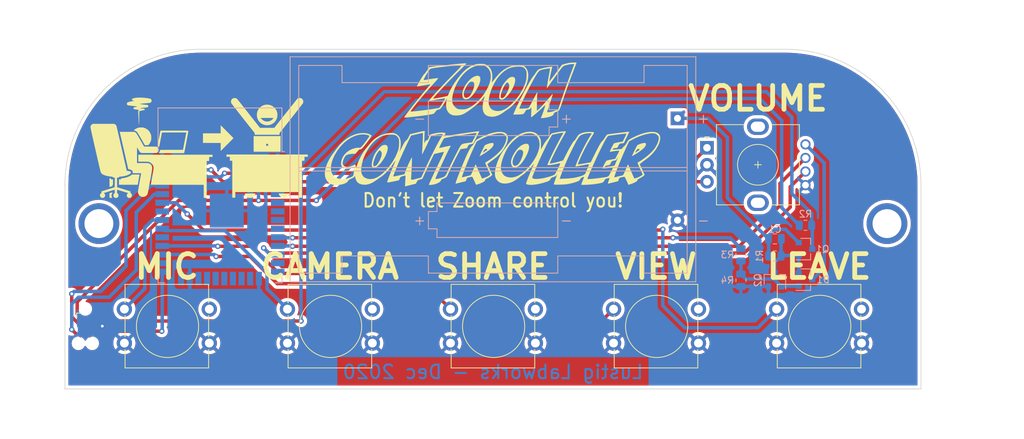
<source format=kicad_pcb>
(kicad_pcb (version 20201002) (generator pcbnew)
  (layers (0 "F.Cu" signal) (31 "B.Cu" signal) (34 "B.Paste" user) (35 "F.Paste" user) (36 "B.SilkS" user "B.Silkscreen") (37 "F.SilkS" user "F.Silkscreen") (38 "B.Mask" user) (39 "F.Mask" user) (44 "Edge.Cuts" user))
  (net 0 "")
  (net 1 "Net-(S1-Pad1)")
  (net 2 "Net-(S2-Pad1)")
  (net 3 "Net-(SW1-PadA)")
  (net 4 "/VBATT")
  (net 5 "Net-(C1-Pad2)")
  (net 6 "Net-(D1-Pad1)")
  (net 7 "GND")
  (net 8 "/VIN")
  (net 9 "/BTN")
  (net 10 "/EN")
  (net 11 "/TXDO")
  (net 12 "/RXDO")
  (net 13 "/SW")
  (net 14 "/RED_LED")
  (net 15 "/GREEN_LED")
  (net 16 "Net-(S3-Pad1)")
  (net 17 "Net-(S4-Pad1)")
  (net 18 "Net-(SW1-PadB)")
  (net 19 "Net-(S5-Pad1)")
  (net 20 "/IO0")
  (module "LOGO" (layer "F.Cu") (at 79.75 94.5)
    (fp_text reference "G***" hide)
    (fp_text value "LOGO" hide)
  )
  (module "asl_footprints:standoff_nut" (layer "F.Cu") (at 65 105.664)
    (fp_text reference "H4" hide)
    (fp_text value "Threaded_Standoff")
    (pad "M3" thru_hole circle (at 0 0) (size 6 6) (drill 4.25) (layers *.Cu *.Mask))
  )
  (module "asl_footprints:sparkfun_tactile_color" (layer "F.Cu") (at 75 120.75)
    (fp_text reference "S1" hide)
    (fp_text value "DD-15326")
    (pad "1" thru_hole circle (at -6.25 -2.5) (size 2.25 2.25) (drill 1.3) (layers *.Cu *.Mask) (net 1 "Net-(S1-Pad1)"))
    (pad "2" thru_hole circle (at 6.25 -2.5) (size 2.25 2.25) (drill 1.3) (layers *.Cu *.Mask))
    (pad "3" thru_hole circle (at -6.25 2.5) (size 2.25 2.25) (drill 1.3) (layers *.Cu *.Mask) (net 7 "GND"))
    (pad "4" thru_hole circle (at 6.25 2.5) (size 2.25 2.25) (drill 1.3) (layers *.Cu *.Mask) (net 7 "GND"))
  )
  (module "asl_footprints:sparkfun_tactile_color" (layer "F.Cu") (at 123 120.75)
    (fp_text reference "S3" hide)
    (fp_text value "DD-15326")
    (pad "1" thru_hole circle (at -6.25 -2.5) (size 2.25 2.25) (drill 1.3) (layers *.Cu *.Mask) (net 16 "Net-(S3-Pad1)"))
    (pad "2" thru_hole circle (at 6.25 -2.5) (size 2.25 2.25) (drill 1.3) (layers *.Cu *.Mask))
    (pad "3" thru_hole circle (at -6.25 2.5) (size 2.25 2.25) (drill 1.3) (layers *.Cu *.Mask) (net 7 "GND"))
    (pad "4" thru_hole circle (at 6.25 2.5) (size 2.25 2.25) (drill 1.3) (layers *.Cu *.Mask) (net 7 "GND"))
  )
  (module "asl_footprints:sparkfun_tactile_color" (layer "F.Cu") (at 171 120.75)
    (fp_text reference "S5" hide)
    (fp_text value "DD-15326")
    (pad "1" thru_hole circle (at -6.25 -2.5) (size 2.25 2.25) (drill 1.3) (layers *.Cu *.Mask) (net 19 "Net-(S5-Pad1)"))
    (pad "2" thru_hole circle (at 6.25 -2.5) (size 2.25 2.25) (drill 1.3) (layers *.Cu *.Mask))
    (pad "3" thru_hole circle (at -6.25 2.5) (size 2.25 2.25) (drill 1.3) (layers *.Cu *.Mask) (net 7 "GND"))
    (pad "4" thru_hole circle (at 6.25 2.5) (size 2.25 2.25) (drill 1.3) (layers *.Cu *.Mask) (net 7 "GND"))
  )
  (module "asl_footprints:sparkfun_tactile_color" (layer "F.Cu") (at 99 120.75)
    (fp_text reference "S2" hide)
    (fp_text value "DD-15326")
    (pad "1" thru_hole circle (at -6.25 -2.5) (size 2.25 2.25) (drill 1.3) (layers *.Cu *.Mask) (net 2 "Net-(S2-Pad1)"))
    (pad "2" thru_hole circle (at 6.25 -2.5) (size 2.25 2.25) (drill 1.3) (layers *.Cu *.Mask))
    (pad "3" thru_hole circle (at -6.25 2.5) (size 2.25 2.25) (drill 1.3) (layers *.Cu *.Mask) (net 7 "GND"))
    (pad "4" thru_hole circle (at 6.25 2.5) (size 2.25 2.25) (drill 1.3) (layers *.Cu *.Mask) (net 7 "GND"))
  )
  (module "asl_footprints:sparkfun_tactile_color" (layer "F.Cu") (at 147 120.75)
    (fp_text reference "S4" hide)
    (fp_text value "DD-15326")
    (pad "1" thru_hole circle (at -6.25 -2.5) (size 2.25 2.25) (drill 1.3) (layers *.Cu *.Mask) (net 17 "Net-(S4-Pad1)"))
    (pad "2" thru_hole circle (at 6.25 -2.5) (size 2.25 2.25) (drill 1.3) (layers *.Cu *.Mask))
    (pad "3" thru_hole circle (at -6.25 2.5) (size 2.25 2.25) (drill 1.3) (layers *.Cu *.Mask) (net 7 "GND"))
    (pad "4" thru_hole circle (at 6.25 2.5) (size 2.25 2.25) (drill 1.3) (layers *.Cu *.Mask) (net 7 "GND"))
  )
  (module "asl_footprints:RG_Encoder" (layer "F.Cu") (at 162 97)
    (fp_text reference "SW1" hide)
    (fp_text value "RG_encoder_switch")
    (pad "A" thru_hole rect (at -7.5 -2.5) (size 2 2) (drill 1.1) (layers *.Cu *.Mask) (net 3 "Net-(SW1-PadA)"))
    (pad "B" thru_hole circle (at -7.5 2.5) (size 2 2) (drill 1.1) (layers *.Cu *.Mask) (net 18 "Net-(SW1-PadB)"))
    (pad "C" thru_hole circle (at -7.5 0) (size 2 2) (drill 1.1) (layers *.Cu *.Mask) (net 7 "GND"))
    (pad "MP" thru_hole oval (at 0 -5.6) (size 3.2 2.4) (drill oval 2.1 1.5) (layers *.Cu *.Mask))
    (pad "MP" thru_hole oval (at 0 5.6) (size 3.2 2.4) (drill oval 2.1 1.5) (layers *.Cu *.Mask))
    (pad "S1" thru_hole circle (at 7 3) (size 1.5 1.5) (drill 1) (layers *.Cu *.Mask) (net 7 "GND"))
    (pad "S2" thru_hole circle (at 7 1) (size 1.5 1.5) (drill 1) (layers *.Cu *.Mask) (net 15 "/GREEN_LED"))
    (pad "S3" thru_hole circle (at 7 -1) (size 1.5 1.5) (drill 1) (layers *.Cu *.Mask) (net 14 "/RED_LED"))
    (pad "S4" thru_hole circle (at 7 -3) (size 1.5 1.5) (drill 1) (layers *.Cu *.Mask) (net 13 "/SW"))
  )
  (module "LOGO" (layer "F.Cu") (at 123 91.5)
    (fp_text reference "G***" hide)
    (fp_text value "LOGO" hide)
  )
  (module "asl_footprints:standoff_nut" (layer "F.Cu") (at 181 105.664)
    (fp_text reference "H3" hide)
    (fp_text value "Threaded_Standoff")
    (pad "M3" thru_hole circle (at 0 0) (size 6 6) (drill 4.25) (layers *.Cu *.Mask))
  )
  (module "Connector:Tag-Connect_TC2030-IDC-NL_2x03_P1.27mm_Vertical" (layer "F.Cu") (at 63 120.75 -90)
    (fp_text reference "J1" hide)
    (fp_text value "Conn_02x03_Odd_Even")
    (pad "" np_thru_hole circle (at -2.54 0 270) (size 0.9906 0.9906) (drill 0.9906) (layers *.Cu *.Mask))
    (pad "" np_thru_hole circle (at 2.54 1.016 270) (size 0.9906 0.9906) (drill 0.9906) (layers *.Cu *.Mask))
    (pad "" np_thru_hole circle (at 2.54 -1.016 270) (size 0.9906 0.9906) (drill 0.9906) (layers *.Cu *.Mask))
    (pad "1" connect circle (at -1.27 0.635 270) (size 0.7874 0.7874) (layers "F.Cu" "F.Mask") (net 10 "/EN"))
    (pad "2" connect circle (at -1.27 -0.635 270) (size 0.7874 0.7874) (layers "F.Cu" "F.Mask") (net 8 "/VIN"))
    (pad "3" connect circle (at 0 0.635 270) (size 0.7874 0.7874) (layers "F.Cu" "F.Mask") (net 11 "/TXDO"))
    (pad "4" connect circle (at 0 -0.635 270) (size 0.7874 0.7874) (layers "F.Cu" "F.Mask") (net 7 "GND"))
    (pad "5" connect circle (at 1.27 0.635 270) (size 0.7874 0.7874) (layers "F.Cu" "F.Mask") (net 12 "/RXDO"))
    (pad "6" connect circle (at 1.27 -0.635 270) (size 0.7874 0.7874) (layers "F.Cu" "F.Mask") (net 20 "/IO0"))
  )
  (module "Package_TO_SOT_SMD:SOT-23" (layer "B.Cu") (at 169 113.9125)
    (fp_text reference "D1" (at 2.6 0 180) (layer "B.SilkS") (effects (justify mirror)))
    (fp_text value "BAT54C")
    (pad "1" smd rect (at -1 0.95) (size 0.9 0.8) (layers "B.Cu" "B.Paste" "B.Mask") (net 6 "Net-(D1-Pad1)"))
    (pad "2" smd rect (at -1 -0.95) (size 0.9 0.8) (layers "B.Cu" "B.Paste" "B.Mask") (net 5 "Net-(C1-Pad2)"))
    (pad "3" smd rect (at 1 0) (size 0.9 0.8) (layers "B.Cu" "B.Paste" "B.Mask") (net 13 "/SW"))
  )
  (module "Resistor_SMD:R_0805_2012Metric" (layer "B.Cu") (at 159.5 110.25 -90)
    (fp_text reference "R3" (at 0 2 180) (layer "B.SilkS") (effects (justify mirror)))
    (fp_text value "330Ω")
    (pad "1" smd roundrect (at -0.9125 0 270) (size 1.025 1.4) (layers "B.Cu" "B.Paste" "B.Mask") (roundrect_rratio 0.2439024390243902) (net 9 "/BTN"))
    (pad "2" smd roundrect (at 0.9125 0 270) (size 1.025 1.4) (layers "B.Cu" "B.Paste" "B.Mask") (roundrect_rratio 0.2439024390243902) (net 6 "Net-(D1-Pad1)"))
  )
  (module "RF_Module:ESP32-WROOM-32" (layer "B.Cu") (at 82.82 104.5 180)
    (fp_text reference "U1" hide)
    (fp_text value "ESP32-WROOM-32D")
    (pad "1" smd rect (at -8.5 8.255 180) (size 2 0.9) (layers "B.Cu" "B.Paste" "B.Mask") (net 7 "GND"))
    (pad "2" smd rect (at -8.5 6.985 180) (size 2 0.9) (layers "B.Cu" "B.Paste" "B.Mask") (net 8 "/VIN"))
    (pad "3" smd rect (at -8.5 5.715 180) (size 2 0.9) (layers "B.Cu" "B.Paste" "B.Mask") (net 10 "/EN"))
    (pad "4" smd rect (at -8.5 4.445 180) (size 2 0.9) (layers "B.Cu" "B.Paste" "B.Mask"))
    (pad "5" smd rect (at -8.5 3.175 180) (size 2 0.9) (layers "B.Cu" "B.Paste" "B.Mask"))
    (pad "6" smd rect (at -8.5 1.905 180) (size 2 0.9) (layers "B.Cu" "B.Paste" "B.Mask"))
    (pad "7" smd rect (at -8.5 0.635 180) (size 2 0.9) (layers "B.Cu" "B.Paste" "B.Mask"))
    (pad "8" smd rect (at -8.5 -0.635 180) (size 2 0.9) (layers "B.Cu" "B.Paste" "B.Mask"))
    (pad "9" smd rect (at -8.5 -1.905 180) (size 2 0.9) (layers "B.Cu" "B.Paste" "B.Mask"))
    (pad "10" smd rect (at -8.5 -3.175 180) (size 2 0.9) (layers "B.Cu" "B.Paste" "B.Mask") (net 9 "/BTN"))
    (pad "11" smd rect (at -8.5 -4.445 180) (size 2 0.9) (layers "B.Cu" "B.Paste" "B.Mask") (net 14 "/RED_LED"))
    (pad "12" smd rect (at -8.5 -5.715 180) (size 2 0.9) (layers "B.Cu" "B.Paste" "B.Mask") (net 15 "/GREEN_LED"))
    (pad "13" smd rect (at -8.5 -6.985 180) (size 2 0.9) (layers "B.Cu" "B.Paste" "B.Mask"))
    (pad "14" smd rect (at -8.5 -8.255 180) (size 2 0.9) (layers "B.Cu" "B.Paste" "B.Mask"))
    (pad "15" smd rect (at -5.715 -9.255 90) (size 2 0.9) (layers "B.Cu" "B.Paste" "B.Mask") (net 7 "GND"))
    (pad "16" smd rect (at -4.445 -9.255 90) (size 2 0.9) (layers "B.Cu" "B.Paste" "B.Mask"))
    (pad "17" smd rect (at -3.175 -9.255 90) (size 2 0.9) (layers "B.Cu" "B.Paste" "B.Mask"))
    (pad "18" smd rect (at -1.905 -9.255 90) (size 2 0.9) (layers "B.Cu" "B.Paste" "B.Mask"))
    (pad "19" smd rect (at -0.635 -9.255 90) (size 2 0.9) (layers "B.Cu" "B.Paste" "B.Mask"))
    (pad "20" smd rect (at 0.635 -9.255 90) (size 2 0.9) (layers "B.Cu" "B.Paste" "B.Mask"))
    (pad "21" smd rect (at 1.905 -9.255 90) (size 2 0.9) (layers "B.Cu" "B.Paste" "B.Mask"))
    (pad "22" smd rect (at 3.175 -9.255 90) (size 2 0.9) (layers "B.Cu" "B.Paste" "B.Mask"))
    (pad "23" smd rect (at 4.445 -9.255 90) (size 2 0.9) (layers "B.Cu" "B.Paste" "B.Mask") (net 7 "GND"))
    (pad "24" smd rect (at 5.715 -9.255 90) (size 2 0.9) (layers "B.Cu" "B.Paste" "B.Mask"))
    (pad "25" smd rect (at 8.5 -8.255 180) (size 2 0.9) (layers "B.Cu" "B.Paste" "B.Mask") (net 20 "/IO0"))
    (pad "26" smd rect (at 8.5 -6.985 180) (size 2 0.9) (layers "B.Cu" "B.Paste" "B.Mask"))
    (pad "27" smd rect (at 8.5 -5.715 180) (size 2 0.9) (layers "B.Cu" "B.Paste" "B.Mask") (net 17 "Net-(S4-Pad1)"))
    (pad "28" smd rect (at 8.5 -4.445 180) (size 2 0.9) (layers "B.Cu" "B.Paste" "B.Mask") (net 16 "Net-(S3-Pad1)"))
    (pad "29" smd rect (at 8.5 -3.175 180) (size 2 0.9) (layers "B.Cu" "B.Paste" "B.Mask"))
    (pad "30" smd rect (at 8.5 -1.905 180) (size 2 0.9) (layers "B.Cu" "B.Paste" "B.Mask") (net 2 "Net-(S2-Pad1)"))
    (pad "31" smd rect (at 8.5 -0.635 180) (size 2 0.9) (layers "B.Cu" "B.Paste" "B.Mask") (net 1 "Net-(S1-Pad1)"))
    (pad "32" smd rect (at 8.5 0.635 180) (size 2 0.9) (layers "B.Cu" "B.Paste" "B.Mask"))
    (pad "33" smd rect (at 8.5 1.905 180) (size 2 0.9) (layers "B.Cu" "B.Paste" "B.Mask") (net 19 "Net-(S5-Pad1)"))
    (pad "34" smd rect (at 8.5 3.175 180) (size 2 0.9) (layers "B.Cu" "B.Paste" "B.Mask") (net 12 "/RXDO"))
    (pad "35" smd rect (at 8.5 4.445 180) (size 2 0.9) (layers "B.Cu" "B.Paste" "B.Mask") (net 11 "/TXDO"))
    (pad "36" smd rect (at 8.5 5.715 180) (size 2 0.9) (layers "B.Cu" "B.Paste" "B.Mask") (net 3 "Net-(SW1-PadA)"))
    (pad "37" smd rect (at 8.5 6.985 180) (size 2 0.9) (layers "B.Cu" "B.Paste" "B.Mask") (net 18 "Net-(SW1-PadB)"))
    (pad "38" smd rect (at 8.5 8.255 180) (size 2 0.9) (layers "B.Cu" "B.Paste" "B.Mask") (net 7 "GND"))
    (pad "39" smd rect (at -1 0.755 180) (size 5 5) (layers "B.Cu" "B.Paste" "B.Mask") (net 7 "GND"))
  )
  (module "Capacitor_SMD:C_0805_2012Metric" (layer "B.Cu") (at 164.5 107.9125)
    (fp_text reference "C1" (at 0 -1.4125) (layer "B.SilkS") (effects (justify mirror)))
    (fp_text value "10nF")
    (pad "1" smd roundrect (at -0.95 0) (size 1 1.45) (layers "B.Cu" "B.Paste" "B.Mask") (net 4 "/VBATT"))
    (pad "2" smd roundrect (at 0.95 0) (size 1 1.45) (layers "B.Cu" "B.Paste" "B.Mask") (net 5 "Net-(C1-Pad2)"))
  )
  (module "Package_TO_SOT_SMD:SOT-23" (layer "B.Cu") (at 169 109.4125)
    (fp_text reference "Q1" (at 2.5 0 180) (layer "B.SilkS") (effects (justify mirror)))
    (fp_text value "FDN340P")
    (pad "1" smd rect (at -1 0.95) (size 0.9 0.8) (layers "B.Cu" "B.Paste" "B.Mask") (net 5 "Net-(C1-Pad2)"))
    (pad "2" smd rect (at -1 -0.95) (size 0.9 0.8) (layers "B.Cu" "B.Paste" "B.Mask") (net 4 "/VBATT"))
    (pad "3" smd rect (at 1 0) (size 0.9 0.8) (layers "B.Cu" "B.Paste" "B.Mask") (net 8 "/VIN"))
  )
  (module "Resistor_SMD:R_0805_2012Metric" (layer "B.Cu") (at 159.5 114 90)
    (fp_text reference "R4" (at 0 -2 180) (layer "B.SilkS") (effects (justify mirror)))
    (fp_text value "1MΩ")
    (pad "1" smd roundrect (at -0.9125 0 90) (size 1.025 1.4) (layers "B.Cu" "B.Paste" "B.Mask") (roundrect_rratio 0.2439024390243902) (net 7 "GND"))
    (pad "2" smd roundrect (at 0.9125 0 90) (size 1.025 1.4) (layers "B.Cu" "B.Paste" "B.Mask") (roundrect_rratio 0.2439024390243902) (net 6 "Net-(D1-Pad1)"))
  )
  (module "Resistor_SMD:R_0805_2012Metric" (layer "B.Cu") (at 164.5 110.4125 180)
    (fp_text reference "R1" (at 2.25 -0.0875 270) (layer "B.SilkS") (effects (justify mirror)))
    (fp_text value "100KΩ")
    (pad "1" smd roundrect (at -0.9125 0 180) (size 1.025 1.4) (layers "B.Cu" "B.Paste" "B.Mask") (roundrect_rratio 0.2439024390243902) (net 5 "Net-(C1-Pad2)"))
    (pad "2" smd roundrect (at 0.9125 0 180) (size 1.025 1.4) (layers "B.Cu" "B.Paste" "B.Mask") (roundrect_rratio 0.2439024390243902) (net 4 "/VBATT"))
  )
  (module "Battery:BatteryHolder_Keystone_2462_2xAA" (layer "B.Cu") (at 150.165 90.17 180)
    (fp_text reference "BT1" hide)
    (fp_text value "2462")
    (fp_text user "+" (at 37.945 -14.99) (layer "B.SilkS") (effects (font (size 1.5 1.5)) (justify mirror)))
    (fp_text user "+" (at 16.355 0) (layer "B.SilkS") (effects (font (size 1.5 1.5)) (justify mirror)))
    (fp_text user "-" (at -3.81 -14.99) (layer "B.SilkS") (effects (font (size 1.5 1.5)) (justify mirror)))
    (fp_text user "-" (at 37.945 0) (layer "B.SilkS") (effects (font (size 1.5 1.5)) (justify mirror)))
    (fp_text user "-" (at 16.355 -14.99) (layer "B.SilkS") (effects (font (size 1.5 1.5)) (justify mirror)))
    (fp_text user "+" (at -3.81 0) (layer "B.SilkS") (effects (font (size 1.5 1.5)) (justify mirror)))
    (pad "1" thru_hole rect (at 0 0 180) (size 2 2) (drill 1.02) (layers *.Cu *.Mask) (net 4 "/VBATT"))
    (pad "2" thru_hole circle (at 0 -14.99 180) (size 2 2) (drill 1.02) (layers *.Cu *.Mask) (net 7 "GND"))
  )
  (module "Package_TO_SOT_SMD:SOT-23" (layer "B.Cu") (at 164.5 113.9125 90)
    (fp_text reference "Q2" (at -0.0875 -2.5 90) (layer "B.SilkS") (effects (justify mirror)))
    (fp_text value "BSS123")
    (pad "1" smd rect (at -1 0.95 90) (size 0.9 0.8) (layers "B.Cu" "B.Paste" "B.Mask") (net 6 "Net-(D1-Pad1)"))
    (pad "2" smd rect (at -1 -0.95 90) (size 0.9 0.8) (layers "B.Cu" "B.Paste" "B.Mask") (net 7 "GND"))
    (pad "3" smd rect (at 1 0 90) (size 0.9 0.8) (layers "B.Cu" "B.Paste" "B.Mask") (net 5 "Net-(C1-Pad2)"))
  )
  (module "Resistor_SMD:R_0805_2012Metric" (layer "B.Cu") (at 169 105.9125)
    (fp_text reference "R2" (at 0 -1.6625) (layer "B.SilkS") (effects (justify mirror)))
    (fp_text value "10KΩ")
    (pad "1" smd roundrect (at -0.9125 0) (size 1.025 1.4) (layers "B.Cu" "B.Paste" "B.Mask") (roundrect_rratio 0.2439024390243902) (net 10 "/EN"))
    (pad "2" smd roundrect (at 0.9125 0) (size 1.025 1.4) (layers "B.Cu" "B.Paste" "B.Mask") (roundrect_rratio 0.2439024390243902) (net 8 "/VIN"))
  )
  (gr_line (start 186 130) (end 60 130) (layer "Edge.Cuts") (width 0.1))
  (gr_line (start 80 80) (end 166 80) (layer "Edge.Cuts") (width 0.1))
  (gr_line (start 60 100) (end 60 130) (layer "Edge.Cuts") (width 0.1))
  (gr_arc (start 79.999997 100) (end 80 80) (angle -90) (layer "Edge.Cuts") (width 0.1))
  (gr_arc (start 166.000016 99.999983) (end 186 100) (angle -90.00009454) (layer "Edge.Cuts") (width 0.1))
  (gr_line (start 186 100) (end 186 130) (layer "Edge.Cuts") (width 0.1))
  (gr_text "Lustig Labworks - Dec 2020" (at 123 127.5) (layer "B.Cu") (effects (font (size 2 2) (thickness 0.3)) (justify mirror)))
  (gr_text "Don't let Zoom control you!" (at 123 102.25) (layer "F.SilkS") (effects (font (size 2 1.8) (thickness 0.3))))
  (gr_text "SHARE" (at 123 112) (layer "F.SilkS") (effects (font (size 3.500001 3.500001) (thickness 0.7))))
  (gr_text "MIC" (at 75 112) (layer "F.SilkS") (effects (font (size 3.5 3.5) (thickness 0.7))))
  (gr_text "LEAVE" (at 171 112) (layer "F.SilkS") (effects (font (size 3.5 3.5) (thickness 0.7))))
  (gr_text "VOLUME" (at 162 87.25) (layer "F.SilkS") (effects (font (size 3.5 3.5) (thickness 0.7))))
  (gr_text "VIEW" (at 147 112) (layer "F.SilkS") (effects (font (size 3.5 3.5) (thickness 0.7))))
  (gr_text "CAMERA" (at 99 112) (layer "F.SilkS") (effects (font (size 3.5 3.5) (thickness 0.7))))
  (segment (start 71.75 106.25) (end 72.865 105.135) (width 0.508) (layer "B.Cu") (net 1))
  (segment (start 68.75 118.25) (end 71.75 115.25) (width 0.508) (layer "B.Cu") (net 1))
  (segment (start 72.865 105.135) (end 74.32 105.135) (width 0.508) (layer "B.Cu") (net 1))
  (segment (start 71.75 115.25) (end 71.75 106.25) (width 0.508) (layer "B.Cu") (net 1))
  (segment (start 89.75 115.25) (end 89.75 112.877932) (width 0.508) (layer "B.Cu") (net 2))
  (segment (start 89.75 112.877932) (end 83.571078 106.69901) (width 0.508) (layer "B.Cu") (net 2))
  (segment (start 74.61401 106.69901) (end 74.32 106.405) (width 0.508) (layer "B.Cu") (net 2))
  (segment (start 92.75 118.25) (end 89.75 115.25) (width 0.508) (layer "B.Cu") (net 2))
  (segment (start 83.571078 106.69901) (end 74.61401 106.69901) (width 0.508) (layer "B.Cu") (net 2))
  (segment (start 150.75 98.25) (end 83.5 98.25) (width 0.508) (layer "F.Cu") (net 3))
  (segment (start 154.5 94.5) (end 150.75 98.25) (width 0.508) (layer "F.Cu") (net 3))
  (via (at 83.5 98.25) (size 0.8) (drill 0.4) (layers "F.Cu" "B.Cu") (net 3))
  (segment (start 74.32 98.785) (end 82.965 98.785) (width 0.508) (layer "B.Cu") (net 3))
  (segment (start 82.965 98.785) (end 83.5 98.25) (width 0.508) (layer "B.Cu") (net 3))
  (segment (start 163.75 107.25) (end 164.5 106.5) (width 0.508) (layer "B.Cu") (net 4))
  (segment (start 166 106.5) (end 166.0375 106.5) (width 0.508) (layer "B.Cu") (net 4))
  (segment (start 166.0375 106.5) (end 168 108.4625) (width 0.508) (layer "B.Cu") (net 4))
  (segment (start 163.5875 110.4125) (end 163.5875 107.95) (width 0.508) (layer "B.Cu") (net 4))
  (segment (start 163.75 107.7125) (end 163.75 107.25) (width 0.508) (layer "B.Cu") (net 4))
  (segment (start 150.165 90.17) (end 154.67 90.17) (width 0.508) (layer "B.Cu") (net 4))
  (segment (start 157.5 101.8625) (end 163.55 107.9125) (width 0.508) (layer "B.Cu") (net 4))
  (segment (start 163.55 107.9125) (end 163.75 107.7125) (width 0.508) (layer "B.Cu") (net 4))
  (segment (start 150.165 90.17) (end 151.085 89.25) (width 0.508) (layer "B.Cu") (net 4))
  (segment (start 154.67 90.17) (end 157.5 93) (width 0.508) (layer "B.Cu") (net 4))
  (segment (start 163.5875 107.95) (end 163.55 107.9125) (width 0.508) (layer "B.Cu") (net 4))
  (segment (start 164.5 106.5) (end 166 106.5) (width 0.508) (layer "B.Cu") (net 4))
  (segment (start 157.5 93) (end 157.5 101.8625) (width 0.508) (layer "B.Cu") (net 4))
  (segment (start 168 110.3625) (end 165.4625 110.3625) (width 0.508) (layer "B.Cu") (net 5))
  (segment (start 168 112.9625) (end 168 110.3625) (width 0.508) (layer "B.Cu") (net 5))
  (segment (start 164.5 112.9125) (end 164.5 111.325) (width 0.508) (layer "B.Cu") (net 5))
  (segment (start 165.4125 107.95) (end 165.45 107.9125) (width 0.508) (layer "B.Cu") (net 5))
  (segment (start 165.4625 110.3625) (end 165.4125 110.4125) (width 0.508) (layer "B.Cu") (net 5))
  (segment (start 164.5 111.325) (end 165.4125 110.4125) (width 0.508) (layer "B.Cu") (net 5))
  (segment (start 165.4125 110.4125) (end 165.4125 107.95) (width 0.508) (layer "B.Cu") (net 5))
  (segment (start 164.35401 113.81651) (end 165.45 114.9125) (width 0.508) (layer "B.Cu") (net 6))
  (segment (start 168 114.8625) (end 165.5 114.8625) (width 0.508) (layer "B.Cu") (net 6))
  (segment (start 160.22901 113.81651) (end 164.35401 113.81651) (width 0.508) (layer "B.Cu") (net 6))
  (segment (start 159.5 113.0875) (end 159.5 111.1625) (width 0.508) (layer "B.Cu") (net 6))
  (segment (start 165.5 114.8625) (end 165.45 114.9125) (width 0.508) (layer "B.Cu") (net 6))
  (segment (start 159.5 113.0875) (end 160.22901 113.81651) (width 0.508) (layer "B.Cu") (net 6))
  (segment (start 63.635 120.75) (end 64.75 120.75) (width 0.508) (layer "F.Cu") (net 7))
  (segment (start 64.75 120.75) (end 65.5 120.75) (width 0.508) (layer "F.Cu") (net 7))
  (via (at 65.5 120.75) (size 0.8) (drill 0.4) (layers "F.Cu" "B.Cu") (net 7))
  (segment (start 66.23 119.48) (end 66.75 120) (width 0.508) (layer "F.Cu") (net 8))
  (segment (start 66.75 120) (end 94.75 120) (width 0.508) (layer "F.Cu") (net 8))
  (segment (start 63.635 119.48) (end 66.23 119.48) (width 0.508) (layer "F.Cu") (net 8))
  (via (at 94.75 120) (size 0.8) (drill 0.4) (layers "F.Cu" "B.Cu") (net 8))
  (segment (start 163.25 86.25) (end 167 90) (width 0.508) (layer "B.Cu") (net 8))
  (segment (start 94.75 98.5) (end 94 97.75) (width 0.508) (layer "B.Cu") (net 8))
  (segment (start 94.75 98.5) (end 94.75 120) (width 0.508) (layer "B.Cu") (net 8))
  (segment (start 167 101.25) (end 167.25 101.5) (width 0.508) (layer "B.Cu") (net 8))
  (segment (start 107 86.25) (end 163.25 86.25) (width 0.508) (layer "B.Cu") (net 8))
  (segment (start 170 106) (end 169.9125 105.9125) (width 0.508) (layer "B.Cu") (net 8))
  (segment (start 93.735 97.515) (end 93.97 97.75) (width 0.508) (layer "B.Cu") (net 8))
  (segment (start 170 109.4125) (end 170 106) (width 0.508) (layer "B.Cu") (net 8))
  (segment (start 93.97 97.75) (end 94 97.75) (width 0.508) (layer "B.Cu") (net 8))
  (segment (start 167 90) (end 167 101.25) (width 0.508) (layer "B.Cu") (net 8))
  (segment (start 94.75 98.5) (end 107 86.25) (width 0.508) (layer "B.Cu") (net 8))
  (segment (start 169.9125 105.9125) (end 169.9125 104.1625) (width 0.508) (layer "B.Cu") (net 8))
  (segment (start 169.9125 104.1625) (end 167.25 101.5) (width 0.508) (layer "B.Cu") (net 8))
  (segment (start 91.32 97.515) (end 93.735 97.515) (width 0.508) (layer "B.Cu") (net 8))
  (segment (start 149.5 107.75) (end 93.5 107.75) (width 0.508) (layer "F.Cu") (net 9))
  (via (at 149.5 107.75) (size 0.8) (drill 0.4) (layers "F.Cu" "B.Cu") (net 9))
  (via (at 93.5 107.75) (size 0.8) (drill 0.4) (layers "F.Cu" "B.Cu") (net 9))
  (segment (start 157.9125 107.75) (end 159.5 109.3375) (width 0.508) (layer "B.Cu") (net 9))
  (segment (start 149.5 107.75) (end 157.9125 107.75) (width 0.508) (layer "B.Cu") (net 9))
  (segment (start 93.5 107.75) (end 91.395 107.75) (width 0.508) (layer "B.Cu") (net 9))
  (segment (start 91.395 107.75) (end 91.32 107.675) (width 0.508) (layer "B.Cu") (net 9))
  (segment (start 61.805034 117.194966) (end 61.805034 118.920034) (width 0.508) (layer "F.Cu") (net 10))
  (segment (start 76.75 102.25) (end 88.5 102.25) (width 0.508) (layer "F.Cu") (net 10))
  (segment (start 61.805034 118.920034) (end 62.365 119.48) (width 0.508) (layer "F.Cu") (net 10))
  (segment (start 61.805034 117.194966) (end 76.75 102.25) (width 0.508) (layer "F.Cu") (net 10))
  (segment (start 88.5 102.25) (end 97 102.25) (width 0.508) (layer "F.Cu") (net 10))
  (via (at 97 102.25) (size 0.8) (drill 0.4) (layers "F.Cu" "B.Cu") (net 10))
  (via (at 88.5 102.25) (size 0.8) (drill 0.4) (layers "F.Cu" "B.Cu") (net 10))
  (segment (start 162.25 87.25) (end 111.75 87.5) (width 0.508) (layer "B.Cu") (net 10))
  (segment (start 88.5 102.25) (end 88.5 100.782932) (width 0.508) (layer "B.Cu") (net 10))
  (segment (start 111.75 87.5) (end 97 102.25) (width 0.508) (layer "B.Cu") (net 10))
  (segment (start 88.5 100.782932) (end 90.497932 98.785) (width 0.508) (layer "B.Cu") (net 10))
  (segment (start 165.5 90.5) (end 165.5 103.325) (width 0.508) (layer "B.Cu") (net 10))
  (segment (start 165.5 103.325) (end 168.0875 105.9125) (width 0.508) (layer "B.Cu") (net 10))
  (segment (start 90.497932 98.785) (end 91.32 98.785) (width 0.508) (layer "B.Cu") (net 10))
  (segment (start 162.25 87.25) (end 165.5 90.5) (width 0.508) (layer "B.Cu") (net 10))
  (segment (start 61 116) (end 61 119.385) (width 0.508) (layer "F.Cu") (net 11))
  (segment (start 62.365 120.75) (end 61 119.385) (width 0.508) (layer "F.Cu") (net 11))
  (via (at 61 116) (size 0.8) (drill 0.4) (layers "F.Cu" "B.Cu") (net 11))
  (segment (start 72.695 100.055) (end 68.991989 103.758011) (width 0.508) (layer "B.Cu") (net 11))
  (segment (start 68.991989 103.758011) (end 68.991989 111.925124) (width 0.508) (layer "B.Cu") (net 11))
  (segment (start 61.35401 115.64599) (end 61 116) (width 0.508) (layer "B.Cu") (net 11))
  (segment (start 74.32 100.055) (end 72.695 100.055) (width 0.508) (layer "B.Cu") (net 11))
  (segment (start 65.271123 115.64599) (end 61.35401 115.64599) (width 0.508) (layer "B.Cu") (net 11))
  (segment (start 68.991989 111.925124) (end 65.271123 115.64599) (width 0.508) (layer "B.Cu") (net 11))
  (segment (start 61.77 122.02) (end 61 121.25) (width 0.508) (layer "F.Cu") (net 12))
  (segment (start 62.365 122.02) (end 61.77 122.02) (width 0.508) (layer "F.Cu") (net 12))
  (via (at 61 121.25) (size 0.8) (drill 0.4) (layers "F.Cu" "B.Cu") (net 12))
  (segment (start 70.5 104) (end 73.175 101.325) (width 0.508) (layer "B.Cu") (net 12))
  (segment (start 61 121.25) (end 61 117.5) (width 0.508) (layer "B.Cu") (net 12))
  (segment (start 62 116.5) (end 66.5 116.5) (width 0.508) (layer "B.Cu") (net 12))
  (segment (start 73.175 101.325) (end 74.32 101.325) (width 0.508) (layer "B.Cu") (net 12))
  (segment (start 66.5 116.5) (end 70.5 112.5) (width 0.508) (layer "B.Cu") (net 12))
  (segment (start 70.5 112.5) (end 70.5 104) (width 0.508) (layer "B.Cu") (net 12))
  (segment (start 61 117.5) (end 62 116.5) (width 0.508) (layer "B.Cu") (net 12))
  (segment (start 170 113.9125) (end 171.75 112.1625) (width 0.508) (layer "B.Cu") (net 13))
  (segment (start 171.75 96.75) (end 169 94) (width 0.508) (layer "B.Cu") (net 13))
  (segment (start 171.75 112.1625) (end 171.75 96.75) (width 0.508) (layer "B.Cu") (net 13))
  (segment (start 165.25 99.75) (end 165.25 103) (width 0.508) (layer "F.Cu") (net 14))
  (segment (start 159.25 109) (end 93.5 109) (width 0.508) (layer "F.Cu") (net 14))
  (segment (start 165.25 103) (end 159.25 109) (width 0.508) (layer "F.Cu") (net 14))
  (segment (start 169 96) (end 165.25 99.75) (width 0.508) (layer "F.Cu") (net 14))
  (via (at 93.5 109) (size 0.8) (drill 0.4) (layers "F.Cu" "B.Cu") (net 14))
  (segment (start 91.32 108.945) (end 93.445 108.945) (width 0.508) (layer "B.Cu") (net 14))
  (segment (start 93.445 108.945) (end 93.5 109) (width 0.508) (layer "B.Cu") (net 14))
  (segment (start 166.75 103.25) (end 160 110) (width 0.508) (layer "F.Cu") (net 15))
  (segment (start 166.75 100.25) (end 166.75 103.25) (width 0.508) (layer "F.Cu") (net 15))
  (segment (start 90 110) (end 89.25 109.25) (width 0.508) (layer "F.Cu") (net 15))
  (segment (start 160 110) (end 90 110) (width 0.508) (layer "F.Cu") (net 15))
  (segment (start 169 98) (end 166.75 100.25) (width 0.508) (layer "F.Cu") (net 15))
  (via (at 89.25 109.25) (size 0.8) (drill 0.4) (layers "F.Cu" "B.Cu") (net 15))
  (segment (start 90.215 110.215) (end 89.25 109.25) (width 0.508) (layer "B.Cu") (net 15))
  (segment (start 91.32 110.215) (end 90.215 110.215) (width 0.508) (layer "B.Cu") (net 15))
  (segment (start 87.5 109) (end 91.5 113) (width 0.508) (layer "F.Cu") (net 16))
  (segment (start 82.5 109) (end 87.5 109) (width 0.508) (layer "F.Cu") (net 16))
  (segment (start 91.5 113) (end 111.5 113) (width 0.508) (layer "F.Cu") (net 16))
  (segment (start 111.5 113) (end 116.75 118.25) (width 0.508) (layer "F.Cu") (net 16))
  (via (at 82.5 109) (size 0.8) (drill 0.4) (layers "F.Cu" "B.Cu") (net 16))
  (segment (start 74.32 108.945) (end 82.445 108.945) (width 0.508) (layer "B.Cu") (net 16))
  (segment (start 82.445 108.945) (end 82.5 109) (width 0.508) (layer "B.Cu") (net 16))
  (segment (start 110 114.5) (end 116 120.5) (width 0.508) (layer "F.Cu") (net 17))
  (segment (start 91.25 114.5) (end 110 114.5) (width 0.508) (layer "F.Cu") (net 17))
  (segment (start 87.25 110.5) (end 91.25 114.5) (width 0.508) (layer "F.Cu") (net 17))
  (segment (start 116 120.5) (end 138.5 120.5) (width 0.508) (layer "F.Cu") (net 17))
  (segment (start 138.5 120.5) (end 140.75 118.25) (width 0.508) (layer "F.Cu") (net 17))
  (segment (start 82.25 110.5) (end 87.25 110.5) (width 0.508) (layer "F.Cu") (net 17))
  (via (at 82.25 110.5) (size 0.8) (drill 0.4) (layers "F.Cu" "B.Cu") (net 17))
  (segment (start 81.965 110.215) (end 82.25 110.5) (width 0.508) (layer "B.Cu") (net 17))
  (segment (start 74.32 110.215) (end 81.965 110.215) (width 0.508) (layer "B.Cu") (net 17))
  (segment (start 154.5 99.5) (end 83.25 99.5) (width 0.508) (layer "F.Cu") (net 18))
  (segment (start 83.25 99.5) (end 81.5 97.75) (width 0.508) (layer "F.Cu") (net 18))
  (via (at 81.5 97.75) (size 0.8) (drill 0.4) (layers "F.Cu" "B.Cu") (net 18))
  (segment (start 74.555 97.75) (end 81.5 97.75) (width 0.508) (layer "B.Cu") (net 18))
  (segment (start 74.32 97.515) (end 74.555 97.75) (width 0.508) (layer "B.Cu") (net 18))
  (segment (start 147.885999 106.614001) (end 148 106.5) (width 0.508) (layer "F.Cu") (net 19))
  (segment (start 80.364001 106.614001) (end 147.885999 106.614001) (width 0.508) (layer "F.Cu") (net 19))
  (segment (start 78 104.25) (end 80.364001 106.614001) (width 0.508) (layer "F.Cu") (net 19))
  (via (at 148 106.5) (size 0.8) (drill 0.4) (layers "F.Cu" "B.Cu") (net 19))
  (via (at 78 104.25) (size 0.8) (drill 0.4) (layers "F.Cu" "B.Cu") (net 19))
  (segment (start 148 117.75) (end 151.25 121) (width 0.508) (layer "B.Cu") (net 19))
  (segment (start 162 121) (end 164.75 118.25) (width 0.508) (layer "B.Cu") (net 19))
  (segment (start 148 106.5) (end 148 117.75) (width 0.508) (layer "B.Cu") (net 19))
  (segment (start 76.345 102.595) (end 78 104.25) (width 0.508) (layer "B.Cu") (net 19))
  (segment (start 151.25 121) (end 162 121) (width 0.508) (layer "B.Cu") (net 19))
  (segment (start 74.32 102.595) (end 76.345 102.595) (width 0.508) (layer "B.Cu") (net 19))
  (segment (start 63.635 122.02) (end 66.64375 122.02) (width 0.508) (layer "F.Cu") (net 20))
  (segment (start 66.64375 122.02) (end 67.16375 121.5) (width 0.508) (layer "F.Cu") (net 20))
  (segment (start 67.16375 121.5) (end 74.25 121.5) (width 0.508) (layer "F.Cu") (net 20))
  (via (at 74.25 121.5) (size 0.8) (drill 0.4) (layers "F.Cu" "B.Cu") (net 20))
  (segment (start 74.32 121.43) (end 74.25 121.5) (width 0.508) (layer "B.Cu") (net 20))
  (segment (start 74.32 112.755) (end 74.32 121.43) (width 0.508) (layer "B.Cu") (net 20))
  (zone (net 7) (net_name "GND") (layer "F.Cu") (connect_pads (clearance 0.508)) (min_thickness 0.254) (fill yes (thermal_gap 0.508) (thermal_bridge_width 0.508))
    (polygon (pts (xy 193.5 134) (xy 57 134) (xy 57 76) (xy 193.5 76)))
  )
  (zone (net 7) (net_name "GND") (layer "B.Cu") (connect_pads (clearance 0.508)) (min_thickness 0.254) (fill yes (thermal_gap 0.508) (thermal_bridge_width 0.508))
    (polygon (pts (xy 201.178692 137.373549) (xy 50.441441 136.999608) (xy 50.691441 72.749608) (xy 201.178692 73.373549)))
  )
)
</source>
